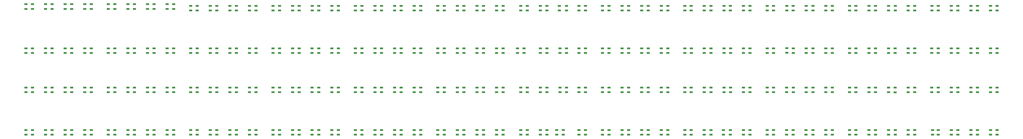
<source format=gtp>
G75*
G70*
%OFA0B0*%
%FSLAX24Y24*%
%IPPOS*%
%LPD*%
%AMOC8*
5,1,8,0,0,1.08239X$1,22.5*
%
%ADD10R,0.0472X0.0315*%
D10*
X001107Y006300D03*
X002107Y006300D03*
X004107Y006300D03*
X005107Y006300D03*
X007107Y006300D03*
X008107Y006300D03*
X010107Y006300D03*
X011107Y006300D03*
X011107Y007008D03*
X010107Y007008D03*
X008107Y007008D03*
X007107Y007008D03*
X005107Y007008D03*
X004107Y007008D03*
X002107Y007008D03*
X001107Y007008D03*
X013707Y007008D03*
X014707Y007008D03*
X014707Y006300D03*
X013707Y006300D03*
X016703Y006300D03*
X017703Y006300D03*
X019703Y006300D03*
X020707Y006300D03*
X022707Y006300D03*
X023703Y006300D03*
X023703Y007008D03*
X022707Y007008D03*
X020707Y007008D03*
X019703Y007008D03*
X017703Y007008D03*
X016703Y007008D03*
X026309Y007008D03*
X027309Y007008D03*
X027309Y006300D03*
X026309Y006300D03*
X029309Y006300D03*
X030309Y006300D03*
X030309Y007008D03*
X029309Y007008D03*
X032309Y007008D03*
X033309Y007008D03*
X033309Y006300D03*
X032309Y006300D03*
X035309Y006300D03*
X036309Y006300D03*
X036309Y007008D03*
X035309Y007008D03*
X038912Y007008D03*
X039908Y007008D03*
X041904Y007008D03*
X042900Y007008D03*
X044880Y007008D03*
X045904Y007008D03*
X047908Y007008D03*
X048896Y007008D03*
X051500Y007008D03*
X052500Y007008D03*
X054500Y007008D03*
X055500Y007008D03*
X057500Y007008D03*
X058500Y007008D03*
X060500Y007008D03*
X061500Y007008D03*
X061500Y006300D03*
X060500Y006300D03*
X058500Y006300D03*
X057500Y006300D03*
X055500Y006300D03*
X054500Y006300D03*
X052500Y006300D03*
X051500Y006300D03*
X048896Y006300D03*
X047908Y006300D03*
X045904Y006300D03*
X044880Y006300D03*
X042900Y006300D03*
X041904Y006300D03*
X039908Y006300D03*
X038912Y006300D03*
X064099Y006300D03*
X065099Y006300D03*
X065099Y007008D03*
X064099Y007008D03*
X067099Y007008D03*
X068099Y007008D03*
X068099Y006300D03*
X067099Y006300D03*
X070099Y006300D03*
X071099Y006300D03*
X071099Y007008D03*
X070099Y007008D03*
X073099Y007008D03*
X074099Y007008D03*
X074099Y006300D03*
X073099Y006300D03*
X076809Y006300D03*
X077809Y006300D03*
X079809Y006300D03*
X080809Y006300D03*
X082309Y006300D03*
X083309Y006300D03*
X083309Y007008D03*
X082309Y007008D03*
X080809Y007008D03*
X079809Y007008D03*
X077809Y007008D03*
X076809Y007008D03*
X085697Y007008D03*
X086697Y007008D03*
X089309Y007008D03*
X090309Y007008D03*
X092309Y007008D03*
X093309Y007008D03*
X095309Y007008D03*
X096309Y007008D03*
X098296Y007008D03*
X099296Y007008D03*
X099296Y006300D03*
X098296Y006300D03*
X096309Y006300D03*
X095309Y006300D03*
X093309Y006300D03*
X092309Y006300D03*
X090309Y006300D03*
X089309Y006300D03*
X086697Y006300D03*
X085697Y006300D03*
X101908Y006300D03*
X102869Y006300D03*
X102869Y007008D03*
X101908Y007008D03*
X104869Y007008D03*
X105896Y007008D03*
X105896Y006300D03*
X104869Y006300D03*
X107809Y006300D03*
X108888Y006300D03*
X108888Y007008D03*
X107809Y007008D03*
X110894Y007008D03*
X111894Y007008D03*
X111894Y006300D03*
X110894Y006300D03*
X114506Y006300D03*
X115493Y006300D03*
X117494Y006300D03*
X118494Y006300D03*
X120447Y006300D03*
X121526Y006300D03*
X123493Y006300D03*
X124493Y006300D03*
X127105Y006300D03*
X128091Y006300D03*
X130093Y006300D03*
X131093Y006300D03*
X133065Y006300D03*
X134105Y006300D03*
X136091Y006300D03*
X137091Y006300D03*
X137091Y007008D03*
X136091Y007008D03*
X134105Y007008D03*
X133065Y007008D03*
X131093Y007008D03*
X130093Y007008D03*
X128091Y007008D03*
X127105Y007008D03*
X124493Y007008D03*
X123493Y007008D03*
X121526Y007008D03*
X120447Y007008D03*
X118494Y007008D03*
X117494Y007008D03*
X115493Y007008D03*
X114506Y007008D03*
X139809Y007008D03*
X140689Y007008D03*
X142689Y007008D03*
X143689Y007008D03*
X145689Y007008D03*
X146689Y007008D03*
X148689Y007008D03*
X149689Y007008D03*
X149689Y006300D03*
X148689Y006300D03*
X146689Y006300D03*
X145689Y006300D03*
X143689Y006300D03*
X142689Y006300D03*
X140689Y006300D03*
X139809Y006300D03*
X139691Y012800D03*
X140689Y012800D03*
X142689Y012800D03*
X143689Y012800D03*
X145689Y012800D03*
X146689Y012800D03*
X148689Y012800D03*
X149672Y012800D03*
X149672Y013508D03*
X148689Y013508D03*
X146689Y013508D03*
X145689Y013508D03*
X143689Y013508D03*
X142689Y013508D03*
X140689Y013508D03*
X139691Y013508D03*
X137091Y013508D03*
X136091Y013508D03*
X134093Y013489D03*
X133065Y013508D03*
X131093Y013508D03*
X130093Y013508D03*
X128091Y013508D03*
X127105Y013508D03*
X124493Y013508D03*
X123493Y013508D03*
X121514Y013508D03*
X120487Y013508D03*
X118506Y013508D03*
X117487Y013508D03*
X115493Y013508D03*
X114506Y013508D03*
X114506Y012800D03*
X115493Y012800D03*
X117487Y012800D03*
X118506Y012800D03*
X120487Y012800D03*
X121514Y012800D03*
X123493Y012800D03*
X124493Y012800D03*
X127105Y012800D03*
X128091Y012800D03*
X130093Y012800D03*
X131093Y012800D03*
X133065Y012800D03*
X134093Y012780D03*
X136091Y012800D03*
X137091Y012800D03*
X111894Y012800D03*
X110894Y012800D03*
X110894Y013508D03*
X111894Y013508D03*
X108909Y013508D03*
X107908Y013508D03*
X107908Y012800D03*
X108909Y012800D03*
X105896Y012800D03*
X104869Y012800D03*
X104869Y013508D03*
X105896Y013508D03*
X102869Y013508D03*
X101908Y013508D03*
X101908Y012800D03*
X102869Y012800D03*
X099296Y012800D03*
X098296Y012800D03*
X096309Y012800D03*
X095309Y012800D03*
X093309Y012800D03*
X092309Y012800D03*
X090309Y012800D03*
X089309Y012800D03*
X086697Y012800D03*
X085697Y012800D03*
X083809Y012800D03*
X082809Y012800D03*
X080809Y012800D03*
X079809Y012800D03*
X077809Y012800D03*
X076809Y012800D03*
X076809Y013508D03*
X077809Y013508D03*
X079809Y013508D03*
X080809Y013508D03*
X082809Y013508D03*
X083809Y013508D03*
X085697Y013508D03*
X086697Y013508D03*
X089309Y013508D03*
X090309Y013508D03*
X092309Y013508D03*
X093309Y013508D03*
X095309Y013508D03*
X096309Y013508D03*
X098296Y013508D03*
X099296Y013508D03*
X099296Y018800D03*
X098296Y018800D03*
X096309Y018800D03*
X095309Y018800D03*
X093309Y018800D03*
X092302Y018800D03*
X090309Y018800D03*
X089309Y018800D03*
X086697Y018800D03*
X085697Y018800D03*
X083809Y018800D03*
X082809Y018800D03*
X080809Y018800D03*
X079809Y018800D03*
X079809Y019508D03*
X080809Y019508D03*
X082809Y019508D03*
X083809Y019508D03*
X085697Y019508D03*
X086697Y019508D03*
X089309Y019508D03*
X090309Y019508D03*
X092302Y019508D03*
X093309Y019508D03*
X095309Y019508D03*
X096309Y019508D03*
X098296Y019508D03*
X099296Y019508D03*
X101908Y019508D03*
X102919Y019508D03*
X102919Y018800D03*
X101908Y018800D03*
X104869Y018800D03*
X105896Y018800D03*
X105896Y019508D03*
X104869Y019508D03*
X107908Y019508D03*
X108919Y019508D03*
X108919Y018800D03*
X107908Y018800D03*
X110894Y018800D03*
X111894Y018800D03*
X111894Y019508D03*
X110894Y019508D03*
X114509Y019508D03*
X115493Y019508D03*
X117506Y019548D03*
X118506Y019508D03*
X120487Y019508D03*
X121526Y019508D03*
X123493Y019508D03*
X124493Y019508D03*
X127105Y019508D03*
X128091Y019508D03*
X130093Y019508D03*
X131093Y019508D03*
X133065Y019508D03*
X134085Y019508D03*
X136091Y019508D03*
X137091Y019508D03*
X137091Y018800D03*
X136091Y018800D03*
X134085Y018800D03*
X133065Y018800D03*
X131093Y018800D03*
X130093Y018800D03*
X128091Y018800D03*
X127105Y018800D03*
X124493Y018800D03*
X123493Y018800D03*
X121526Y018800D03*
X120487Y018800D03*
X118506Y018800D03*
X117506Y018839D03*
X115493Y018800D03*
X114509Y018800D03*
X139691Y018800D03*
X140689Y018800D03*
X142689Y018800D03*
X143689Y018800D03*
X145689Y018800D03*
X146689Y018800D03*
X148689Y018800D03*
X149689Y018800D03*
X149689Y019508D03*
X148689Y019508D03*
X146689Y019508D03*
X145689Y019508D03*
X143689Y019508D03*
X142689Y019508D03*
X140689Y019508D03*
X139691Y019508D03*
X139711Y025300D03*
X140689Y025300D03*
X142689Y025300D03*
X143689Y025300D03*
X145689Y025300D03*
X146689Y025300D03*
X148689Y025300D03*
X149689Y025300D03*
X149689Y026008D03*
X148689Y026008D03*
X146689Y026008D03*
X145689Y026008D03*
X143689Y026008D03*
X142689Y026008D03*
X140689Y026008D03*
X139711Y026008D03*
X137091Y026008D03*
X136091Y026008D03*
X134105Y026008D03*
X133065Y026008D03*
X131065Y026008D03*
X130085Y026008D03*
X128091Y026008D03*
X127105Y026008D03*
X124493Y026008D03*
X123493Y026008D03*
X121506Y026008D03*
X120487Y026008D03*
X118487Y026008D03*
X117506Y026008D03*
X115493Y026008D03*
X114506Y026008D03*
X114506Y025300D03*
X115493Y025300D03*
X117506Y025300D03*
X118487Y025300D03*
X120487Y025300D03*
X121506Y025300D03*
X123493Y025300D03*
X124493Y025300D03*
X127105Y025300D03*
X128091Y025300D03*
X130085Y025300D03*
X131065Y025300D03*
X133065Y025300D03*
X134105Y025300D03*
X136091Y025300D03*
X137091Y025300D03*
X111894Y025300D03*
X110894Y025300D03*
X110894Y026008D03*
X111894Y026008D03*
X108892Y026008D03*
X107908Y026008D03*
X107908Y025300D03*
X108892Y025300D03*
X105896Y025300D03*
X104869Y025300D03*
X104869Y026008D03*
X105896Y026008D03*
X102869Y026008D03*
X101908Y026008D03*
X101908Y025300D03*
X102869Y025300D03*
X099296Y025300D03*
X098296Y025300D03*
X096309Y025300D03*
X095309Y025300D03*
X093309Y025300D03*
X092309Y025300D03*
X090309Y025300D03*
X089309Y025300D03*
X086697Y025300D03*
X085697Y025300D03*
X083809Y025300D03*
X082697Y025300D03*
X080809Y025300D03*
X079809Y025300D03*
X077809Y025300D03*
X076809Y025300D03*
X076809Y026008D03*
X077809Y026008D03*
X079809Y026008D03*
X080809Y026008D03*
X082697Y026008D03*
X083809Y026008D03*
X085697Y026008D03*
X086697Y026008D03*
X089309Y026008D03*
X090309Y026008D03*
X092309Y026008D03*
X093309Y026008D03*
X095309Y026008D03*
X096309Y026008D03*
X098296Y026008D03*
X099296Y026008D03*
X074099Y026008D03*
X073099Y026008D03*
X073099Y025300D03*
X074099Y025300D03*
X071099Y025300D03*
X070099Y025300D03*
X070099Y026008D03*
X071099Y026008D03*
X068099Y026008D03*
X067099Y026008D03*
X067099Y025300D03*
X068099Y025300D03*
X065099Y025300D03*
X064099Y025300D03*
X064099Y026008D03*
X065099Y026008D03*
X061500Y026008D03*
X060500Y026008D03*
X058500Y026008D03*
X057500Y026008D03*
X055500Y026008D03*
X054500Y026008D03*
X052500Y026008D03*
X051500Y026008D03*
X048902Y026008D03*
X047902Y026008D03*
X045902Y026008D03*
X044902Y026008D03*
X042902Y026008D03*
X041902Y026008D03*
X039902Y026008D03*
X038902Y026008D03*
X038902Y025300D03*
X039902Y025300D03*
X041902Y025300D03*
X042902Y025300D03*
X044902Y025300D03*
X045902Y025300D03*
X047902Y025300D03*
X048902Y025300D03*
X051500Y025300D03*
X052500Y025300D03*
X054500Y025300D03*
X055500Y025300D03*
X057500Y025300D03*
X058500Y025300D03*
X060500Y025300D03*
X061500Y025300D03*
X036304Y025300D03*
X035304Y025300D03*
X035304Y026008D03*
X036304Y026008D03*
X033304Y026008D03*
X032304Y026008D03*
X032304Y025300D03*
X033304Y025300D03*
X030304Y025300D03*
X029304Y025300D03*
X029304Y026008D03*
X030304Y026008D03*
X027304Y026008D03*
X026304Y026008D03*
X026304Y025300D03*
X027304Y025300D03*
X023705Y025550D03*
X022705Y025550D03*
X020705Y025550D03*
X019705Y025550D03*
X017705Y025550D03*
X016705Y025550D03*
X016705Y026258D03*
X017705Y026258D03*
X019705Y026258D03*
X020705Y026258D03*
X022705Y026258D03*
X023705Y026258D03*
X014705Y026258D03*
X013705Y026258D03*
X013705Y025550D03*
X014705Y025550D03*
X011107Y025550D03*
X010107Y025550D03*
X008107Y025550D03*
X007107Y025550D03*
X005107Y025550D03*
X004107Y025550D03*
X002107Y025550D03*
X001107Y025550D03*
X001107Y026258D03*
X002107Y026258D03*
X004107Y026258D03*
X005107Y026258D03*
X007107Y026258D03*
X008107Y026258D03*
X010107Y026258D03*
X011107Y026258D03*
X011107Y019508D03*
X010107Y019508D03*
X008107Y019508D03*
X007107Y019508D03*
X005107Y019508D03*
X004107Y019508D03*
X002107Y019508D03*
X001107Y019508D03*
X001107Y018800D03*
X002107Y018800D03*
X004107Y018800D03*
X005107Y018800D03*
X007107Y018800D03*
X008107Y018800D03*
X010107Y018800D03*
X011107Y018800D03*
X013707Y018800D03*
X014707Y018800D03*
X014707Y019508D03*
X013707Y019508D03*
X016703Y019508D03*
X017703Y019508D03*
X019703Y019508D03*
X020707Y019508D03*
X022707Y019508D03*
X023703Y019508D03*
X023703Y018800D03*
X022707Y018800D03*
X020707Y018800D03*
X019703Y018800D03*
X017703Y018800D03*
X016703Y018800D03*
X026309Y018800D03*
X027309Y018800D03*
X027309Y019508D03*
X026309Y019508D03*
X029309Y019508D03*
X030309Y019508D03*
X030309Y018800D03*
X029309Y018800D03*
X032309Y018800D03*
X033309Y018800D03*
X033309Y019508D03*
X032309Y019508D03*
X035309Y019508D03*
X036309Y019508D03*
X036309Y018800D03*
X035309Y018800D03*
X038912Y018800D03*
X039908Y018800D03*
X041904Y018800D03*
X042900Y018800D03*
X044880Y018800D03*
X045904Y018800D03*
X047908Y018800D03*
X048896Y018800D03*
X051500Y018800D03*
X052500Y018800D03*
X054500Y018800D03*
X055500Y018800D03*
X057500Y018800D03*
X058500Y018800D03*
X060500Y018800D03*
X061500Y018800D03*
X061500Y019508D03*
X060500Y019508D03*
X058500Y019508D03*
X057500Y019508D03*
X055500Y019508D03*
X054500Y019508D03*
X052500Y019508D03*
X051500Y019508D03*
X048896Y019508D03*
X047908Y019508D03*
X045904Y019508D03*
X044880Y019508D03*
X042900Y019508D03*
X041904Y019508D03*
X039908Y019508D03*
X038912Y019508D03*
X064099Y019508D03*
X065099Y019508D03*
X065099Y018800D03*
X064099Y018800D03*
X067099Y018800D03*
X068099Y018800D03*
X068099Y019508D03*
X067099Y019508D03*
X070099Y019508D03*
X071099Y019508D03*
X071099Y018800D03*
X070099Y018800D03*
X073099Y018800D03*
X074099Y018800D03*
X074099Y019508D03*
X073099Y019508D03*
X076309Y019508D03*
X077309Y019508D03*
X077309Y018800D03*
X076309Y018800D03*
X074099Y013508D03*
X073099Y013508D03*
X073099Y012800D03*
X074099Y012800D03*
X071099Y012800D03*
X070099Y012800D03*
X070099Y013508D03*
X071099Y013508D03*
X068099Y013508D03*
X067099Y013508D03*
X067099Y012800D03*
X068099Y012800D03*
X065099Y012800D03*
X064099Y012800D03*
X064099Y013508D03*
X065099Y013508D03*
X061500Y013508D03*
X060500Y013508D03*
X058500Y013508D03*
X057500Y013508D03*
X055500Y013508D03*
X054500Y013508D03*
X052500Y013508D03*
X051500Y013508D03*
X048896Y013508D03*
X047908Y013508D03*
X045904Y013508D03*
X044880Y013508D03*
X042900Y013508D03*
X041904Y013508D03*
X039908Y013508D03*
X038912Y013508D03*
X038912Y012800D03*
X039908Y012800D03*
X041904Y012800D03*
X042900Y012800D03*
X044880Y012800D03*
X045904Y012800D03*
X047908Y012800D03*
X048896Y012800D03*
X051500Y012800D03*
X052500Y012800D03*
X054500Y012800D03*
X055500Y012800D03*
X057500Y012800D03*
X058500Y012800D03*
X060500Y012800D03*
X061500Y012800D03*
X036309Y012800D03*
X035309Y012800D03*
X035309Y013508D03*
X036309Y013508D03*
X033309Y013508D03*
X032309Y013508D03*
X032309Y012800D03*
X033309Y012800D03*
X030309Y012800D03*
X029309Y012800D03*
X029309Y013508D03*
X030309Y013508D03*
X027309Y013508D03*
X026309Y013508D03*
X026309Y012800D03*
X027309Y012800D03*
X023703Y012800D03*
X022707Y012800D03*
X020707Y012800D03*
X019703Y012800D03*
X017703Y012800D03*
X016703Y012800D03*
X016703Y013508D03*
X017703Y013508D03*
X019703Y013508D03*
X020707Y013508D03*
X022707Y013508D03*
X023703Y013508D03*
X014707Y013508D03*
X013707Y013508D03*
X013707Y012800D03*
X014707Y012800D03*
X011107Y012800D03*
X010107Y012800D03*
X008107Y012800D03*
X007107Y012800D03*
X005107Y012800D03*
X004107Y012800D03*
X002107Y012800D03*
X001107Y012800D03*
X001107Y013508D03*
X002107Y013508D03*
X004107Y013508D03*
X005107Y013508D03*
X007107Y013508D03*
X008107Y013508D03*
X010107Y013508D03*
X011107Y013508D03*
M02*

</source>
